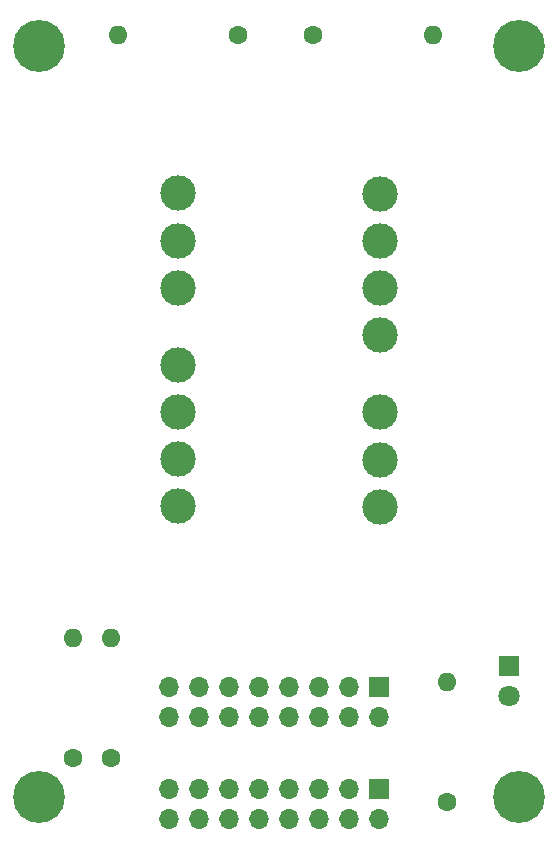
<source format=gbr>
%TF.GenerationSoftware,KiCad,Pcbnew,6.0.7-f9a2dced07~116~ubuntu20.04.1*%
%TF.CreationDate,2022-10-16T19:02:04+08:00*%
%TF.ProjectId,Zeal-SNES-Adapter,5a65616c-2d53-44e4-9553-2d4164617074,rev?*%
%TF.SameCoordinates,Original*%
%TF.FileFunction,Soldermask,Bot*%
%TF.FilePolarity,Negative*%
%FSLAX46Y46*%
G04 Gerber Fmt 4.6, Leading zero omitted, Abs format (unit mm)*
G04 Created by KiCad (PCBNEW 6.0.7-f9a2dced07~116~ubuntu20.04.1) date 2022-10-16 19:02:04*
%MOMM*%
%LPD*%
G01*
G04 APERTURE LIST*
%ADD10C,1.600000*%
%ADD11O,1.600000X1.600000*%
%ADD12C,3.000000*%
%ADD13C,4.400000*%
%ADD14R,1.800000X1.800000*%
%ADD15C,1.800000*%
%ADD16R,1.700000X1.700000*%
%ADD17O,1.700000X1.700000*%
G04 APERTURE END LIST*
D10*
%TO.C,R3*%
X27300000Y-77280000D03*
D11*
X27300000Y-67120000D03*
%TD*%
D12*
%TO.C,J3*%
X50100000Y-29500000D03*
X50100000Y-33500000D03*
X50100000Y-37500000D03*
X50100000Y-41500000D03*
X50100000Y-48000000D03*
X50100000Y-52000000D03*
X50100000Y-56000000D03*
%TD*%
D13*
%TO.C,H3*%
X61837000Y-80550000D03*
%TD*%
D10*
%TO.C,R2*%
X24100000Y-77280000D03*
D11*
X24100000Y-67120000D03*
%TD*%
D14*
%TO.C,D1*%
X61000000Y-69500000D03*
D15*
X61000000Y-72040000D03*
%TD*%
D13*
%TO.C,H4*%
X21250000Y-80550000D03*
%TD*%
D16*
%TO.C,J1*%
X50040000Y-79875000D03*
D17*
X50040000Y-82415000D03*
X47500000Y-79875000D03*
X47500000Y-82415000D03*
X44960000Y-79875000D03*
X44960000Y-82415000D03*
X42420000Y-79875000D03*
X42420000Y-82415000D03*
X39880000Y-79875000D03*
X39880000Y-82415000D03*
X37340000Y-79875000D03*
X37340000Y-82415000D03*
X34800000Y-79875000D03*
X34800000Y-82415000D03*
X32260000Y-79875000D03*
X32260000Y-82415000D03*
%TD*%
D10*
%TO.C,R5*%
X55800000Y-80980000D03*
D11*
X55800000Y-70820000D03*
%TD*%
D13*
%TO.C,H1*%
X21250000Y-17025000D03*
%TD*%
D10*
%TO.C,R4*%
X38080000Y-16100000D03*
D11*
X27920000Y-16100000D03*
%TD*%
D16*
%TO.C,J2*%
X50000000Y-71250000D03*
D17*
X50000000Y-73790000D03*
X47460000Y-71250000D03*
X47460000Y-73790000D03*
X44920000Y-71250000D03*
X44920000Y-73790000D03*
X42380000Y-71250000D03*
X42380000Y-73790000D03*
X39840000Y-71250000D03*
X39840000Y-73790000D03*
X37300000Y-71250000D03*
X37300000Y-73790000D03*
X34760000Y-71250000D03*
X34760000Y-73790000D03*
X32220000Y-71250000D03*
X32220000Y-73790000D03*
%TD*%
D12*
%TO.C,J4*%
X32975000Y-55975000D03*
X32975000Y-51975000D03*
X32975000Y-47975000D03*
X32975000Y-43975000D03*
X32975000Y-37475000D03*
X32975000Y-33475000D03*
X32975000Y-29475000D03*
%TD*%
D10*
%TO.C,R1*%
X44400000Y-16100000D03*
D11*
X54560000Y-16100000D03*
%TD*%
D13*
%TO.C,H2*%
X61856000Y-17025000D03*
%TD*%
M02*

</source>
